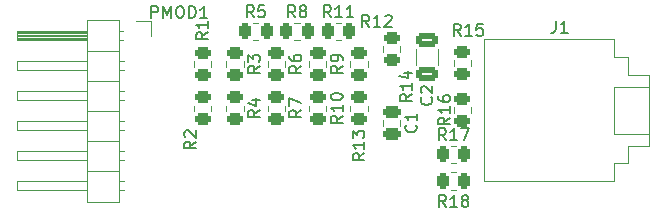
<source format=gto>
%TF.GenerationSoftware,KiCad,Pcbnew,(6.0.5)*%
%TF.CreationDate,2024-01-21T09:56:38+01:00*%
%TF.ProjectId,pmod_audio_mono,706d6f64-5f61-4756-9469-6f5f6d6f6e6f,rev?*%
%TF.SameCoordinates,Original*%
%TF.FileFunction,Legend,Top*%
%TF.FilePolarity,Positive*%
%FSLAX46Y46*%
G04 Gerber Fmt 4.6, Leading zero omitted, Abs format (unit mm)*
G04 Created by KiCad (PCBNEW (6.0.5)) date 2024-01-21 09:56:38*
%MOMM*%
%LPD*%
G01*
G04 APERTURE LIST*
G04 Aperture macros list*
%AMRoundRect*
0 Rectangle with rounded corners*
0 $1 Rounding radius*
0 $2 $3 $4 $5 $6 $7 $8 $9 X,Y pos of 4 corners*
0 Add a 4 corners polygon primitive as box body*
4,1,4,$2,$3,$4,$5,$6,$7,$8,$9,$2,$3,0*
0 Add four circle primitives for the rounded corners*
1,1,$1+$1,$2,$3*
1,1,$1+$1,$4,$5*
1,1,$1+$1,$6,$7*
1,1,$1+$1,$8,$9*
0 Add four rect primitives between the rounded corners*
20,1,$1+$1,$2,$3,$4,$5,0*
20,1,$1+$1,$4,$5,$6,$7,0*
20,1,$1+$1,$6,$7,$8,$9,0*
20,1,$1+$1,$8,$9,$2,$3,0*%
G04 Aperture macros list end*
%ADD10C,0.150000*%
%ADD11C,0.120000*%
%ADD12RoundRect,0.250000X-0.450000X0.262500X-0.450000X-0.262500X0.450000X-0.262500X0.450000X0.262500X0*%
%ADD13R,1.700000X1.700000*%
%ADD14O,1.700000X1.700000*%
%ADD15RoundRect,0.250000X-0.262500X-0.450000X0.262500X-0.450000X0.262500X0.450000X-0.262500X0.450000X0*%
%ADD16RoundRect,0.250000X-0.475000X0.250000X-0.475000X-0.250000X0.475000X-0.250000X0.475000X0.250000X0*%
%ADD17O,2.200000X1.200000*%
%ADD18O,1.200000X2.200000*%
%ADD19RoundRect,0.250000X0.450000X-0.262500X0.450000X0.262500X-0.450000X0.262500X-0.450000X-0.262500X0*%
%ADD20RoundRect,0.250000X-0.650000X0.325000X-0.650000X-0.325000X0.650000X-0.325000X0.650000X0.325000X0*%
G04 APERTURE END LIST*
D10*
%TO.C,R12*%
X154607142Y-91952380D02*
X154273809Y-91476190D01*
X154035714Y-91952380D02*
X154035714Y-90952380D01*
X154416666Y-90952380D01*
X154511904Y-91000000D01*
X154559523Y-91047619D01*
X154607142Y-91142857D01*
X154607142Y-91285714D01*
X154559523Y-91380952D01*
X154511904Y-91428571D01*
X154416666Y-91476190D01*
X154035714Y-91476190D01*
X155559523Y-91952380D02*
X154988095Y-91952380D01*
X155273809Y-91952380D02*
X155273809Y-90952380D01*
X155178571Y-91095238D01*
X155083333Y-91190476D01*
X154988095Y-91238095D01*
X155940476Y-91047619D02*
X155988095Y-91000000D01*
X156083333Y-90952380D01*
X156321428Y-90952380D01*
X156416666Y-91000000D01*
X156464285Y-91047619D01*
X156511904Y-91142857D01*
X156511904Y-91238095D01*
X156464285Y-91380952D01*
X155892857Y-91952380D01*
X156511904Y-91952380D01*
%TO.C,PMOD1*%
X136166666Y-91202380D02*
X136166666Y-90202380D01*
X136547619Y-90202380D01*
X136642857Y-90250000D01*
X136690476Y-90297619D01*
X136738095Y-90392857D01*
X136738095Y-90535714D01*
X136690476Y-90630952D01*
X136642857Y-90678571D01*
X136547619Y-90726190D01*
X136166666Y-90726190D01*
X137166666Y-91202380D02*
X137166666Y-90202380D01*
X137500000Y-90916666D01*
X137833333Y-90202380D01*
X137833333Y-91202380D01*
X138500000Y-90202380D02*
X138690476Y-90202380D01*
X138785714Y-90250000D01*
X138880952Y-90345238D01*
X138928571Y-90535714D01*
X138928571Y-90869047D01*
X138880952Y-91059523D01*
X138785714Y-91154761D01*
X138690476Y-91202380D01*
X138500000Y-91202380D01*
X138404761Y-91154761D01*
X138309523Y-91059523D01*
X138261904Y-90869047D01*
X138261904Y-90535714D01*
X138309523Y-90345238D01*
X138404761Y-90250000D01*
X138500000Y-90202380D01*
X139357142Y-91202380D02*
X139357142Y-90202380D01*
X139595238Y-90202380D01*
X139738095Y-90250000D01*
X139833333Y-90345238D01*
X139880952Y-90440476D01*
X139928571Y-90630952D01*
X139928571Y-90773809D01*
X139880952Y-90964285D01*
X139833333Y-91059523D01*
X139738095Y-91154761D01*
X139595238Y-91202380D01*
X139357142Y-91202380D01*
X140880952Y-91202380D02*
X140309523Y-91202380D01*
X140595238Y-91202380D02*
X140595238Y-90202380D01*
X140500000Y-90345238D01*
X140404761Y-90440476D01*
X140309523Y-90488095D01*
%TO.C,R5*%
X144833333Y-91139880D02*
X144500000Y-90663690D01*
X144261904Y-91139880D02*
X144261904Y-90139880D01*
X144642857Y-90139880D01*
X144738095Y-90187500D01*
X144785714Y-90235119D01*
X144833333Y-90330357D01*
X144833333Y-90473214D01*
X144785714Y-90568452D01*
X144738095Y-90616071D01*
X144642857Y-90663690D01*
X144261904Y-90663690D01*
X145738095Y-90139880D02*
X145261904Y-90139880D01*
X145214285Y-90616071D01*
X145261904Y-90568452D01*
X145357142Y-90520833D01*
X145595238Y-90520833D01*
X145690476Y-90568452D01*
X145738095Y-90616071D01*
X145785714Y-90711309D01*
X145785714Y-90949404D01*
X145738095Y-91044642D01*
X145690476Y-91092261D01*
X145595238Y-91139880D01*
X145357142Y-91139880D01*
X145261904Y-91092261D01*
X145214285Y-91044642D01*
%TO.C,R10*%
X152352380Y-99480357D02*
X151876190Y-99813690D01*
X152352380Y-100051785D02*
X151352380Y-100051785D01*
X151352380Y-99670833D01*
X151400000Y-99575595D01*
X151447619Y-99527976D01*
X151542857Y-99480357D01*
X151685714Y-99480357D01*
X151780952Y-99527976D01*
X151828571Y-99575595D01*
X151876190Y-99670833D01*
X151876190Y-100051785D01*
X152352380Y-98527976D02*
X152352380Y-99099404D01*
X152352380Y-98813690D02*
X151352380Y-98813690D01*
X151495238Y-98908928D01*
X151590476Y-99004166D01*
X151638095Y-99099404D01*
X151352380Y-97908928D02*
X151352380Y-97813690D01*
X151400000Y-97718452D01*
X151447619Y-97670833D01*
X151542857Y-97623214D01*
X151733333Y-97575595D01*
X151971428Y-97575595D01*
X152161904Y-97623214D01*
X152257142Y-97670833D01*
X152304761Y-97718452D01*
X152352380Y-97813690D01*
X152352380Y-97908928D01*
X152304761Y-98004166D01*
X152257142Y-98051785D01*
X152161904Y-98099404D01*
X151971428Y-98147023D01*
X151733333Y-98147023D01*
X151542857Y-98099404D01*
X151447619Y-98051785D01*
X151400000Y-98004166D01*
X151352380Y-97908928D01*
%TO.C,R9*%
X152352380Y-95254166D02*
X151876190Y-95587500D01*
X152352380Y-95825595D02*
X151352380Y-95825595D01*
X151352380Y-95444642D01*
X151400000Y-95349404D01*
X151447619Y-95301785D01*
X151542857Y-95254166D01*
X151685714Y-95254166D01*
X151780952Y-95301785D01*
X151828571Y-95349404D01*
X151876190Y-95444642D01*
X151876190Y-95825595D01*
X152352380Y-94777976D02*
X152352380Y-94587500D01*
X152304761Y-94492261D01*
X152257142Y-94444642D01*
X152114285Y-94349404D01*
X151923809Y-94301785D01*
X151542857Y-94301785D01*
X151447619Y-94349404D01*
X151400000Y-94397023D01*
X151352380Y-94492261D01*
X151352380Y-94682738D01*
X151400000Y-94777976D01*
X151447619Y-94825595D01*
X151542857Y-94873214D01*
X151780952Y-94873214D01*
X151876190Y-94825595D01*
X151923809Y-94777976D01*
X151971428Y-94682738D01*
X151971428Y-94492261D01*
X151923809Y-94397023D01*
X151876190Y-94349404D01*
X151780952Y-94301785D01*
%TO.C,R3*%
X145352380Y-95254166D02*
X144876190Y-95587500D01*
X145352380Y-95825595D02*
X144352380Y-95825595D01*
X144352380Y-95444642D01*
X144400000Y-95349404D01*
X144447619Y-95301785D01*
X144542857Y-95254166D01*
X144685714Y-95254166D01*
X144780952Y-95301785D01*
X144828571Y-95349404D01*
X144876190Y-95444642D01*
X144876190Y-95825595D01*
X144352380Y-94920833D02*
X144352380Y-94301785D01*
X144733333Y-94635119D01*
X144733333Y-94492261D01*
X144780952Y-94397023D01*
X144828571Y-94349404D01*
X144923809Y-94301785D01*
X145161904Y-94301785D01*
X145257142Y-94349404D01*
X145304761Y-94397023D01*
X145352380Y-94492261D01*
X145352380Y-94777976D01*
X145304761Y-94873214D01*
X145257142Y-94920833D01*
%TO.C,R14*%
X158202380Y-97642857D02*
X157726190Y-97976190D01*
X158202380Y-98214285D02*
X157202380Y-98214285D01*
X157202380Y-97833333D01*
X157250000Y-97738095D01*
X157297619Y-97690476D01*
X157392857Y-97642857D01*
X157535714Y-97642857D01*
X157630952Y-97690476D01*
X157678571Y-97738095D01*
X157726190Y-97833333D01*
X157726190Y-98214285D01*
X158202380Y-96690476D02*
X158202380Y-97261904D01*
X158202380Y-96976190D02*
X157202380Y-96976190D01*
X157345238Y-97071428D01*
X157440476Y-97166666D01*
X157488095Y-97261904D01*
X157535714Y-95833333D02*
X158202380Y-95833333D01*
X157154761Y-96071428D02*
X157869047Y-96309523D01*
X157869047Y-95690476D01*
%TO.C,R7*%
X148852380Y-99004166D02*
X148376190Y-99337500D01*
X148852380Y-99575595D02*
X147852380Y-99575595D01*
X147852380Y-99194642D01*
X147900000Y-99099404D01*
X147947619Y-99051785D01*
X148042857Y-99004166D01*
X148185714Y-99004166D01*
X148280952Y-99051785D01*
X148328571Y-99099404D01*
X148376190Y-99194642D01*
X148376190Y-99575595D01*
X147852380Y-98670833D02*
X147852380Y-98004166D01*
X148852380Y-98432738D01*
%TO.C,R2*%
X139952380Y-101666666D02*
X139476190Y-102000000D01*
X139952380Y-102238095D02*
X138952380Y-102238095D01*
X138952380Y-101857142D01*
X139000000Y-101761904D01*
X139047619Y-101714285D01*
X139142857Y-101666666D01*
X139285714Y-101666666D01*
X139380952Y-101714285D01*
X139428571Y-101761904D01*
X139476190Y-101857142D01*
X139476190Y-102238095D01*
X139047619Y-101285714D02*
X139000000Y-101238095D01*
X138952380Y-101142857D01*
X138952380Y-100904761D01*
X139000000Y-100809523D01*
X139047619Y-100761904D01*
X139142857Y-100714285D01*
X139238095Y-100714285D01*
X139380952Y-100761904D01*
X139952380Y-101333333D01*
X139952380Y-100714285D01*
%TO.C,R16*%
X161452380Y-99642857D02*
X160976190Y-99976190D01*
X161452380Y-100214285D02*
X160452380Y-100214285D01*
X160452380Y-99833333D01*
X160500000Y-99738095D01*
X160547619Y-99690476D01*
X160642857Y-99642857D01*
X160785714Y-99642857D01*
X160880952Y-99690476D01*
X160928571Y-99738095D01*
X160976190Y-99833333D01*
X160976190Y-100214285D01*
X161452380Y-98690476D02*
X161452380Y-99261904D01*
X161452380Y-98976190D02*
X160452380Y-98976190D01*
X160595238Y-99071428D01*
X160690476Y-99166666D01*
X160738095Y-99261904D01*
X160452380Y-97833333D02*
X160452380Y-98023809D01*
X160500000Y-98119047D01*
X160547619Y-98166666D01*
X160690476Y-98261904D01*
X160880952Y-98309523D01*
X161261904Y-98309523D01*
X161357142Y-98261904D01*
X161404761Y-98214285D01*
X161452380Y-98119047D01*
X161452380Y-97928571D01*
X161404761Y-97833333D01*
X161357142Y-97785714D01*
X161261904Y-97738095D01*
X161023809Y-97738095D01*
X160928571Y-97785714D01*
X160880952Y-97833333D01*
X160833333Y-97928571D01*
X160833333Y-98119047D01*
X160880952Y-98214285D01*
X160928571Y-98261904D01*
X161023809Y-98309523D01*
%TO.C,R1*%
X140952380Y-92416666D02*
X140476190Y-92750000D01*
X140952380Y-92988095D02*
X139952380Y-92988095D01*
X139952380Y-92607142D01*
X140000000Y-92511904D01*
X140047619Y-92464285D01*
X140142857Y-92416666D01*
X140285714Y-92416666D01*
X140380952Y-92464285D01*
X140428571Y-92511904D01*
X140476190Y-92607142D01*
X140476190Y-92988095D01*
X140952380Y-91464285D02*
X140952380Y-92035714D01*
X140952380Y-91750000D02*
X139952380Y-91750000D01*
X140095238Y-91845238D01*
X140190476Y-91940476D01*
X140238095Y-92035714D01*
%TO.C,R17*%
X161107142Y-101552380D02*
X160773809Y-101076190D01*
X160535714Y-101552380D02*
X160535714Y-100552380D01*
X160916666Y-100552380D01*
X161011904Y-100600000D01*
X161059523Y-100647619D01*
X161107142Y-100742857D01*
X161107142Y-100885714D01*
X161059523Y-100980952D01*
X161011904Y-101028571D01*
X160916666Y-101076190D01*
X160535714Y-101076190D01*
X162059523Y-101552380D02*
X161488095Y-101552380D01*
X161773809Y-101552380D02*
X161773809Y-100552380D01*
X161678571Y-100695238D01*
X161583333Y-100790476D01*
X161488095Y-100838095D01*
X162392857Y-100552380D02*
X163059523Y-100552380D01*
X162630952Y-101552380D01*
%TO.C,R4*%
X145352380Y-99004166D02*
X144876190Y-99337500D01*
X145352380Y-99575595D02*
X144352380Y-99575595D01*
X144352380Y-99194642D01*
X144400000Y-99099404D01*
X144447619Y-99051785D01*
X144542857Y-99004166D01*
X144685714Y-99004166D01*
X144780952Y-99051785D01*
X144828571Y-99099404D01*
X144876190Y-99194642D01*
X144876190Y-99575595D01*
X144685714Y-98147023D02*
X145352380Y-98147023D01*
X144304761Y-98385119D02*
X145019047Y-98623214D01*
X145019047Y-98004166D01*
%TO.C,R8*%
X148333333Y-91139880D02*
X148000000Y-90663690D01*
X147761904Y-91139880D02*
X147761904Y-90139880D01*
X148142857Y-90139880D01*
X148238095Y-90187500D01*
X148285714Y-90235119D01*
X148333333Y-90330357D01*
X148333333Y-90473214D01*
X148285714Y-90568452D01*
X148238095Y-90616071D01*
X148142857Y-90663690D01*
X147761904Y-90663690D01*
X148904761Y-90568452D02*
X148809523Y-90520833D01*
X148761904Y-90473214D01*
X148714285Y-90377976D01*
X148714285Y-90330357D01*
X148761904Y-90235119D01*
X148809523Y-90187500D01*
X148904761Y-90139880D01*
X149095238Y-90139880D01*
X149190476Y-90187500D01*
X149238095Y-90235119D01*
X149285714Y-90330357D01*
X149285714Y-90377976D01*
X149238095Y-90473214D01*
X149190476Y-90520833D01*
X149095238Y-90568452D01*
X148904761Y-90568452D01*
X148809523Y-90616071D01*
X148761904Y-90663690D01*
X148714285Y-90758928D01*
X148714285Y-90949404D01*
X148761904Y-91044642D01*
X148809523Y-91092261D01*
X148904761Y-91139880D01*
X149095238Y-91139880D01*
X149190476Y-91092261D01*
X149238095Y-91044642D01*
X149285714Y-90949404D01*
X149285714Y-90758928D01*
X149238095Y-90663690D01*
X149190476Y-90616071D01*
X149095238Y-90568452D01*
%TO.C,C1*%
X158537142Y-100254166D02*
X158584761Y-100301785D01*
X158632380Y-100444642D01*
X158632380Y-100539880D01*
X158584761Y-100682738D01*
X158489523Y-100777976D01*
X158394285Y-100825595D01*
X158203809Y-100873214D01*
X158060952Y-100873214D01*
X157870476Y-100825595D01*
X157775238Y-100777976D01*
X157680000Y-100682738D01*
X157632380Y-100539880D01*
X157632380Y-100444642D01*
X157680000Y-100301785D01*
X157727619Y-100254166D01*
X158632380Y-99301785D02*
X158632380Y-99873214D01*
X158632380Y-99587500D02*
X157632380Y-99587500D01*
X157775238Y-99682738D01*
X157870476Y-99777976D01*
X157918095Y-99873214D01*
%TO.C,R13*%
X154202380Y-102642857D02*
X153726190Y-102976190D01*
X154202380Y-103214285D02*
X153202380Y-103214285D01*
X153202380Y-102833333D01*
X153250000Y-102738095D01*
X153297619Y-102690476D01*
X153392857Y-102642857D01*
X153535714Y-102642857D01*
X153630952Y-102690476D01*
X153678571Y-102738095D01*
X153726190Y-102833333D01*
X153726190Y-103214285D01*
X154202380Y-101690476D02*
X154202380Y-102261904D01*
X154202380Y-101976190D02*
X153202380Y-101976190D01*
X153345238Y-102071428D01*
X153440476Y-102166666D01*
X153488095Y-102261904D01*
X153202380Y-101357142D02*
X153202380Y-100738095D01*
X153583333Y-101071428D01*
X153583333Y-100928571D01*
X153630952Y-100833333D01*
X153678571Y-100785714D01*
X153773809Y-100738095D01*
X154011904Y-100738095D01*
X154107142Y-100785714D01*
X154154761Y-100833333D01*
X154202380Y-100928571D01*
X154202380Y-101214285D01*
X154154761Y-101309523D01*
X154107142Y-101357142D01*
%TO.C,R18*%
X161107142Y-107202380D02*
X160773809Y-106726190D01*
X160535714Y-107202380D02*
X160535714Y-106202380D01*
X160916666Y-106202380D01*
X161011904Y-106250000D01*
X161059523Y-106297619D01*
X161107142Y-106392857D01*
X161107142Y-106535714D01*
X161059523Y-106630952D01*
X161011904Y-106678571D01*
X160916666Y-106726190D01*
X160535714Y-106726190D01*
X162059523Y-107202380D02*
X161488095Y-107202380D01*
X161773809Y-107202380D02*
X161773809Y-106202380D01*
X161678571Y-106345238D01*
X161583333Y-106440476D01*
X161488095Y-106488095D01*
X162630952Y-106630952D02*
X162535714Y-106583333D01*
X162488095Y-106535714D01*
X162440476Y-106440476D01*
X162440476Y-106392857D01*
X162488095Y-106297619D01*
X162535714Y-106250000D01*
X162630952Y-106202380D01*
X162821428Y-106202380D01*
X162916666Y-106250000D01*
X162964285Y-106297619D01*
X163011904Y-106392857D01*
X163011904Y-106440476D01*
X162964285Y-106535714D01*
X162916666Y-106583333D01*
X162821428Y-106630952D01*
X162630952Y-106630952D01*
X162535714Y-106678571D01*
X162488095Y-106726190D01*
X162440476Y-106821428D01*
X162440476Y-107011904D01*
X162488095Y-107107142D01*
X162535714Y-107154761D01*
X162630952Y-107202380D01*
X162821428Y-107202380D01*
X162916666Y-107154761D01*
X162964285Y-107107142D01*
X163011904Y-107011904D01*
X163011904Y-106821428D01*
X162964285Y-106726190D01*
X162916666Y-106678571D01*
X162821428Y-106630952D01*
%TO.C,J1*%
X170416666Y-91452380D02*
X170416666Y-92166666D01*
X170369047Y-92309523D01*
X170273809Y-92404761D01*
X170130952Y-92452380D01*
X170035714Y-92452380D01*
X171416666Y-92452380D02*
X170845238Y-92452380D01*
X171130952Y-92452380D02*
X171130952Y-91452380D01*
X171035714Y-91595238D01*
X170940476Y-91690476D01*
X170845238Y-91738095D01*
%TO.C,R15*%
X162357142Y-92702380D02*
X162023809Y-92226190D01*
X161785714Y-92702380D02*
X161785714Y-91702380D01*
X162166666Y-91702380D01*
X162261904Y-91750000D01*
X162309523Y-91797619D01*
X162357142Y-91892857D01*
X162357142Y-92035714D01*
X162309523Y-92130952D01*
X162261904Y-92178571D01*
X162166666Y-92226190D01*
X161785714Y-92226190D01*
X163309523Y-92702380D02*
X162738095Y-92702380D01*
X163023809Y-92702380D02*
X163023809Y-91702380D01*
X162928571Y-91845238D01*
X162833333Y-91940476D01*
X162738095Y-91988095D01*
X164214285Y-91702380D02*
X163738095Y-91702380D01*
X163690476Y-92178571D01*
X163738095Y-92130952D01*
X163833333Y-92083333D01*
X164071428Y-92083333D01*
X164166666Y-92130952D01*
X164214285Y-92178571D01*
X164261904Y-92273809D01*
X164261904Y-92511904D01*
X164214285Y-92607142D01*
X164166666Y-92654761D01*
X164071428Y-92702380D01*
X163833333Y-92702380D01*
X163738095Y-92654761D01*
X163690476Y-92607142D01*
%TO.C,C2*%
X159857142Y-97916666D02*
X159904761Y-97964285D01*
X159952380Y-98107142D01*
X159952380Y-98202380D01*
X159904761Y-98345238D01*
X159809523Y-98440476D01*
X159714285Y-98488095D01*
X159523809Y-98535714D01*
X159380952Y-98535714D01*
X159190476Y-98488095D01*
X159095238Y-98440476D01*
X159000000Y-98345238D01*
X158952380Y-98202380D01*
X158952380Y-98107142D01*
X159000000Y-97964285D01*
X159047619Y-97916666D01*
X159047619Y-97535714D02*
X159000000Y-97488095D01*
X158952380Y-97392857D01*
X158952380Y-97154761D01*
X159000000Y-97059523D01*
X159047619Y-97011904D01*
X159142857Y-96964285D01*
X159238095Y-96964285D01*
X159380952Y-97011904D01*
X159952380Y-97583333D01*
X159952380Y-96964285D01*
%TO.C,R6*%
X148852380Y-95254166D02*
X148376190Y-95587500D01*
X148852380Y-95825595D02*
X147852380Y-95825595D01*
X147852380Y-95444642D01*
X147900000Y-95349404D01*
X147947619Y-95301785D01*
X148042857Y-95254166D01*
X148185714Y-95254166D01*
X148280952Y-95301785D01*
X148328571Y-95349404D01*
X148376190Y-95444642D01*
X148376190Y-95825595D01*
X147852380Y-94397023D02*
X147852380Y-94587500D01*
X147900000Y-94682738D01*
X147947619Y-94730357D01*
X148090476Y-94825595D01*
X148280952Y-94873214D01*
X148661904Y-94873214D01*
X148757142Y-94825595D01*
X148804761Y-94777976D01*
X148852380Y-94682738D01*
X148852380Y-94492261D01*
X148804761Y-94397023D01*
X148757142Y-94349404D01*
X148661904Y-94301785D01*
X148423809Y-94301785D01*
X148328571Y-94349404D01*
X148280952Y-94397023D01*
X148233333Y-94492261D01*
X148233333Y-94682738D01*
X148280952Y-94777976D01*
X148328571Y-94825595D01*
X148423809Y-94873214D01*
%TO.C,R11*%
X151357142Y-91139880D02*
X151023809Y-90663690D01*
X150785714Y-91139880D02*
X150785714Y-90139880D01*
X151166666Y-90139880D01*
X151261904Y-90187500D01*
X151309523Y-90235119D01*
X151357142Y-90330357D01*
X151357142Y-90473214D01*
X151309523Y-90568452D01*
X151261904Y-90616071D01*
X151166666Y-90663690D01*
X150785714Y-90663690D01*
X152309523Y-91139880D02*
X151738095Y-91139880D01*
X152023809Y-91139880D02*
X152023809Y-90139880D01*
X151928571Y-90282738D01*
X151833333Y-90377976D01*
X151738095Y-90425595D01*
X153261904Y-91139880D02*
X152690476Y-91139880D01*
X152976190Y-91139880D02*
X152976190Y-90139880D01*
X152880952Y-90282738D01*
X152785714Y-90377976D01*
X152690476Y-90425595D01*
D11*
%TO.C,R12*%
X154485000Y-94860436D02*
X154485000Y-95314564D01*
X153015000Y-94860436D02*
X153015000Y-95314564D01*
%TO.C,PMOD1*%
X130750000Y-97410000D02*
X124750000Y-97410000D01*
X124750000Y-94870000D02*
X124750000Y-95630000D01*
X124750000Y-105030000D02*
X124750000Y-105790000D01*
X130750000Y-99950000D02*
X124750000Y-99950000D01*
X133807071Y-95630000D02*
X133410000Y-95630000D01*
X133410000Y-93980000D02*
X130750000Y-93980000D01*
X130750000Y-92630000D02*
X124750000Y-92630000D01*
X130750000Y-94870000D02*
X124750000Y-94870000D01*
X133807071Y-103250000D02*
X133410000Y-103250000D01*
X133410000Y-101600000D02*
X130750000Y-101600000D01*
X133807071Y-97410000D02*
X133410000Y-97410000D01*
X133807071Y-102490000D02*
X133410000Y-102490000D01*
X133807071Y-100710000D02*
X133410000Y-100710000D01*
X124750000Y-102490000D02*
X124750000Y-103250000D01*
X124750000Y-97410000D02*
X124750000Y-98170000D01*
X133807071Y-99950000D02*
X133410000Y-99950000D01*
X130750000Y-92870000D02*
X124750000Y-92870000D01*
X130750000Y-92510000D02*
X124750000Y-92510000D01*
X130750000Y-106740000D02*
X130750000Y-91380000D01*
X133410000Y-99060000D02*
X130750000Y-99060000D01*
X124750000Y-98170000D02*
X130750000Y-98170000D01*
X124750000Y-103250000D02*
X130750000Y-103250000D01*
X133807071Y-98170000D02*
X133410000Y-98170000D01*
X133740000Y-92330000D02*
X133410000Y-92330000D01*
X130750000Y-91380000D02*
X133410000Y-91380000D01*
X136120000Y-91440000D02*
X134850000Y-91440000D01*
X124750000Y-100710000D02*
X130750000Y-100710000D01*
X130750000Y-102490000D02*
X124750000Y-102490000D01*
X124750000Y-99950000D02*
X124750000Y-100710000D01*
X124750000Y-93090000D02*
X130750000Y-93090000D01*
X133410000Y-104140000D02*
X130750000Y-104140000D01*
X133410000Y-96520000D02*
X130750000Y-96520000D01*
X133807071Y-105030000D02*
X133410000Y-105030000D01*
X124750000Y-92330000D02*
X124750000Y-93090000D01*
X133807071Y-94870000D02*
X133410000Y-94870000D01*
X133410000Y-106740000D02*
X130750000Y-106740000D01*
X133740000Y-93090000D02*
X133410000Y-93090000D01*
X130750000Y-92330000D02*
X124750000Y-92330000D01*
X136120000Y-92710000D02*
X136120000Y-91440000D01*
X130750000Y-92390000D02*
X124750000Y-92390000D01*
X124750000Y-95630000D02*
X130750000Y-95630000D01*
X133410000Y-91380000D02*
X133410000Y-106740000D01*
X130750000Y-92750000D02*
X124750000Y-92750000D01*
X124750000Y-105790000D02*
X130750000Y-105790000D01*
X133807071Y-105790000D02*
X133410000Y-105790000D01*
X130750000Y-92990000D02*
X124750000Y-92990000D01*
X130750000Y-105030000D02*
X124750000Y-105030000D01*
%TO.C,R5*%
X144772936Y-93072500D02*
X145227064Y-93072500D01*
X144772936Y-91602500D02*
X145227064Y-91602500D01*
%TO.C,R10*%
X150985000Y-98610436D02*
X150985000Y-99064564D01*
X149515000Y-98610436D02*
X149515000Y-99064564D01*
%TO.C,R9*%
X149515000Y-94860436D02*
X149515000Y-95314564D01*
X150985000Y-94860436D02*
X150985000Y-95314564D01*
%TO.C,R3*%
X142515000Y-94860436D02*
X142515000Y-95314564D01*
X143985000Y-94860436D02*
X143985000Y-95314564D01*
%TO.C,R14*%
X155765000Y-93610436D02*
X155765000Y-94064564D01*
X157235000Y-93610436D02*
X157235000Y-94064564D01*
%TO.C,R7*%
X146015000Y-98610436D02*
X146015000Y-99064564D01*
X147485000Y-98610436D02*
X147485000Y-99064564D01*
%TO.C,R2*%
X141235000Y-98610436D02*
X141235000Y-99064564D01*
X139765000Y-98610436D02*
X139765000Y-99064564D01*
%TO.C,R16*%
X163235000Y-98772936D02*
X163235000Y-99227064D01*
X161765000Y-98772936D02*
X161765000Y-99227064D01*
%TO.C,R1*%
X141235000Y-94860436D02*
X141235000Y-95314564D01*
X139765000Y-94860436D02*
X139765000Y-95314564D01*
%TO.C,R17*%
X161522936Y-103485000D02*
X161977064Y-103485000D01*
X161522936Y-102015000D02*
X161977064Y-102015000D01*
%TO.C,R4*%
X142515000Y-98610436D02*
X142515000Y-99064564D01*
X143985000Y-98610436D02*
X143985000Y-99064564D01*
%TO.C,R8*%
X148272936Y-91602500D02*
X148727064Y-91602500D01*
X148272936Y-93072500D02*
X148727064Y-93072500D01*
%TO.C,C1*%
X155765000Y-99826248D02*
X155765000Y-100348752D01*
X157235000Y-99826248D02*
X157235000Y-100348752D01*
%TO.C,R13*%
X153015000Y-98610436D02*
X153015000Y-99064564D01*
X154485000Y-98610436D02*
X154485000Y-99064564D01*
%TO.C,R18*%
X161522936Y-105735000D02*
X161977064Y-105735000D01*
X161522936Y-104265000D02*
X161977064Y-104265000D01*
%TO.C,J1*%
X175300000Y-101000000D02*
X178300000Y-101000000D01*
X164300000Y-105000000D02*
X164300000Y-93000000D01*
X175300000Y-94500000D02*
X176500000Y-94500000D01*
X164300000Y-93000000D02*
X175300000Y-93000000D01*
X175300000Y-93000000D02*
X175300000Y-94500000D01*
X176500000Y-102000000D02*
X176500000Y-103500000D01*
X175300000Y-105000000D02*
X164300000Y-105000000D01*
X176500000Y-103500000D02*
X175300000Y-103500000D01*
X176500000Y-96000000D02*
X178300000Y-96000000D01*
X178300000Y-96000000D02*
X178300000Y-102000000D01*
X175300000Y-97000000D02*
X175300000Y-101000000D01*
X176500000Y-94500000D02*
X176500000Y-96000000D01*
X175300000Y-103500000D02*
X175300000Y-105000000D01*
X178300000Y-102000000D02*
X176500000Y-102000000D01*
X178300000Y-97000000D02*
X175300000Y-97000000D01*
%TO.C,R15*%
X163235000Y-95227064D02*
X163235000Y-94772936D01*
X161765000Y-95227064D02*
X161765000Y-94772936D01*
%TO.C,C2*%
X160410000Y-93788748D02*
X160410000Y-95211252D01*
X158590000Y-93788748D02*
X158590000Y-95211252D01*
%TO.C,R6*%
X147485000Y-94860436D02*
X147485000Y-95314564D01*
X146015000Y-94860436D02*
X146015000Y-95314564D01*
%TO.C,R11*%
X151772936Y-91602500D02*
X152227064Y-91602500D01*
X151772936Y-93072500D02*
X152227064Y-93072500D01*
%TD*%
%LPC*%
D12*
%TO.C,R12*%
X153750000Y-94175000D03*
X153750000Y-96000000D03*
%TD*%
D13*
%TO.C,PMOD1*%
X134850000Y-92710000D03*
D14*
X134850000Y-95250000D03*
X134850000Y-97790000D03*
X134850000Y-100330000D03*
X134850000Y-102870000D03*
X134850000Y-105410000D03*
%TD*%
D15*
%TO.C,R5*%
X144087500Y-92337500D03*
X145912500Y-92337500D03*
%TD*%
D12*
%TO.C,R10*%
X150250000Y-97925000D03*
X150250000Y-99750000D03*
%TD*%
%TO.C,R9*%
X150250000Y-94175000D03*
X150250000Y-96000000D03*
%TD*%
%TO.C,R3*%
X143250000Y-94175000D03*
X143250000Y-96000000D03*
%TD*%
%TO.C,R14*%
X156500000Y-92925000D03*
X156500000Y-94750000D03*
%TD*%
%TO.C,R7*%
X146750000Y-97925000D03*
X146750000Y-99750000D03*
%TD*%
%TO.C,R2*%
X140500000Y-97925000D03*
X140500000Y-99750000D03*
%TD*%
%TO.C,R16*%
X162500000Y-98087500D03*
X162500000Y-99912500D03*
%TD*%
%TO.C,R1*%
X140500000Y-94175000D03*
X140500000Y-96000000D03*
%TD*%
D15*
%TO.C,R17*%
X160837500Y-102750000D03*
X162662500Y-102750000D03*
%TD*%
D12*
%TO.C,R4*%
X143250000Y-97925000D03*
X143250000Y-99750000D03*
%TD*%
D15*
%TO.C,R8*%
X147587500Y-92337500D03*
X149412500Y-92337500D03*
%TD*%
D16*
%TO.C,C1*%
X156500000Y-99137500D03*
X156500000Y-101037500D03*
%TD*%
D12*
%TO.C,R13*%
X153750000Y-97925000D03*
X153750000Y-99750000D03*
%TD*%
D15*
%TO.C,R18*%
X160837500Y-105000000D03*
X162662500Y-105000000D03*
%TD*%
D17*
%TO.C,J1*%
X167000000Y-104000000D03*
X167000000Y-101500000D03*
D18*
X172000000Y-99000000D03*
D17*
X167000000Y-94000000D03*
X167000000Y-96500000D03*
%TD*%
D19*
%TO.C,R15*%
X162500000Y-95912500D03*
X162500000Y-94087500D03*
%TD*%
D20*
%TO.C,C2*%
X159500000Y-93025000D03*
X159500000Y-95975000D03*
%TD*%
D12*
%TO.C,R6*%
X146750000Y-94175000D03*
X146750000Y-96000000D03*
%TD*%
D15*
%TO.C,R11*%
X151087500Y-92337500D03*
X152912500Y-92337500D03*
%TD*%
M02*

</source>
